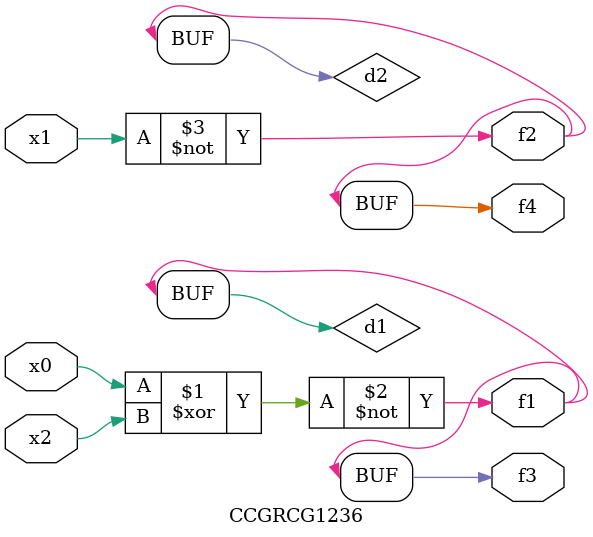
<source format=v>
module CCGRCG1236(
	input x0, x1, x2,
	output f1, f2, f3, f4
);

	wire d1, d2, d3;

	xnor (d1, x0, x2);
	nand (d2, x1);
	nor (d3, x1, x2);
	assign f1 = d1;
	assign f2 = d2;
	assign f3 = d1;
	assign f4 = d2;
endmodule

</source>
